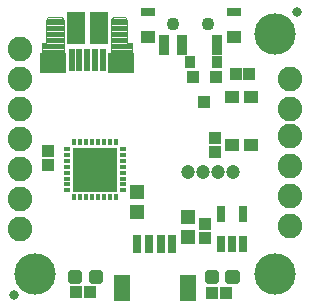
<source format=gts>
G75*
%MOIN*%
%OFA0B0*%
%FSLAX25Y25*%
%IPPOS*%
%LPD*%
%AMOC8*
5,1,8,0,0,1.08239X$1,22.5*
%
%ADD10R,0.05524X0.08674*%
%ADD11R,0.03162X0.06115*%
%ADD12R,0.02375X0.07690*%
%ADD13R,0.08674X0.06548*%
%ADD14R,0.06410X0.10643*%
%ADD15C,0.00400*%
%ADD16C,0.08200*%
%ADD17C,0.13800*%
%ADD18C,0.01990*%
%ADD19R,0.02965X0.05524*%
%ADD20R,0.04146X0.04343*%
%ADD21R,0.03556X0.06706*%
%ADD22R,0.04737X0.03162*%
%ADD23R,0.04737X0.03950*%
%ADD24C,0.04343*%
%ADD25R,0.04343X0.04146*%
%ADD26R,0.04737X0.05131*%
%ADD27C,0.03300*%
%ADD28R,0.04737X0.04343*%
%ADD29C,0.04737*%
%ADD30R,0.03280X0.04068*%
%ADD31R,0.03950X0.04343*%
%ADD32R,0.01784X0.02375*%
%ADD33R,0.02375X0.01784*%
%ADD34R,0.14973X0.14973*%
D10*
X0162310Y0057865D03*
X0184357Y0057865D03*
D11*
X0179239Y0072333D03*
X0175302Y0072333D03*
X0171365Y0072333D03*
X0167428Y0072333D03*
D12*
X0155951Y0133833D03*
X0153392Y0133833D03*
X0150833Y0133833D03*
X0148274Y0133833D03*
X0145715Y0133833D03*
D13*
X0139416Y0132751D03*
X0162251Y0132751D03*
D14*
X0154623Y0144365D03*
X0147044Y0144365D03*
D15*
X0142959Y0144389D02*
X0137054Y0144389D01*
X0137054Y0143991D02*
X0142959Y0143991D01*
X0142959Y0143592D02*
X0137054Y0143592D01*
X0137054Y0143194D02*
X0142959Y0143194D01*
X0142959Y0142795D02*
X0137054Y0142795D01*
X0137054Y0142397D02*
X0142959Y0142397D01*
X0142959Y0141998D02*
X0137054Y0141998D01*
X0137054Y0141600D02*
X0142959Y0141600D01*
X0142959Y0141201D02*
X0137054Y0141201D01*
X0137054Y0140803D02*
X0142959Y0140803D01*
X0142959Y0140404D02*
X0137054Y0140404D01*
X0137054Y0140006D02*
X0142959Y0140006D01*
X0142959Y0139607D02*
X0137054Y0139607D01*
X0137054Y0139444D02*
X0137054Y0146924D01*
X0137132Y0147226D01*
X0137276Y0147502D01*
X0137477Y0147740D01*
X0137727Y0147927D01*
X0138011Y0148054D01*
X0138317Y0148114D01*
X0138629Y0148105D01*
X0141778Y0148105D01*
X0142041Y0148075D01*
X0142291Y0147988D01*
X0142515Y0147847D01*
X0142702Y0147660D01*
X0142842Y0147436D01*
X0142930Y0147187D01*
X0142959Y0146924D01*
X0142959Y0136294D01*
X0135873Y0136294D01*
X0135873Y0139444D01*
X0137054Y0139444D01*
X0135873Y0139209D02*
X0142959Y0139209D01*
X0142959Y0138810D02*
X0135873Y0138810D01*
X0135873Y0138412D02*
X0142959Y0138412D01*
X0142959Y0138013D02*
X0135873Y0138013D01*
X0135873Y0137615D02*
X0142959Y0137615D01*
X0142959Y0137216D02*
X0135873Y0137216D01*
X0135873Y0136818D02*
X0142959Y0136818D01*
X0142959Y0136419D02*
X0135873Y0136419D01*
X0137054Y0144788D02*
X0142959Y0144788D01*
X0142959Y0145186D02*
X0137054Y0145186D01*
X0137054Y0145585D02*
X0142959Y0145585D01*
X0142959Y0145983D02*
X0137054Y0145983D01*
X0137054Y0146382D02*
X0142959Y0146382D01*
X0142959Y0146781D02*
X0137054Y0146781D01*
X0137120Y0147179D02*
X0142931Y0147179D01*
X0142754Y0147578D02*
X0137339Y0147578D01*
X0137836Y0147976D02*
X0142310Y0147976D01*
X0158698Y0146842D02*
X0158707Y0146530D01*
X0158707Y0136294D01*
X0165794Y0136294D01*
X0165794Y0139444D01*
X0164219Y0139444D01*
X0164219Y0146530D01*
X0164180Y0146881D01*
X0164063Y0147213D01*
X0163876Y0147512D01*
X0163626Y0147761D01*
X0163328Y0147949D01*
X0162995Y0148066D01*
X0162644Y0148105D01*
X0159888Y0148105D01*
X0159587Y0148027D01*
X0159310Y0147883D01*
X0159072Y0147682D01*
X0158885Y0147432D01*
X0158758Y0147148D01*
X0158698Y0146842D01*
X0158700Y0146781D02*
X0164191Y0146781D01*
X0164219Y0146382D02*
X0158707Y0146382D01*
X0158707Y0145983D02*
X0164219Y0145983D01*
X0164219Y0145585D02*
X0158707Y0145585D01*
X0158707Y0145186D02*
X0164219Y0145186D01*
X0164219Y0144788D02*
X0158707Y0144788D01*
X0158707Y0144389D02*
X0164219Y0144389D01*
X0164219Y0143991D02*
X0158707Y0143991D01*
X0158707Y0143592D02*
X0164219Y0143592D01*
X0164219Y0143194D02*
X0158707Y0143194D01*
X0158707Y0142795D02*
X0164219Y0142795D01*
X0164219Y0142397D02*
X0158707Y0142397D01*
X0158707Y0141998D02*
X0164219Y0141998D01*
X0164219Y0141600D02*
X0158707Y0141600D01*
X0158707Y0141201D02*
X0164219Y0141201D01*
X0164219Y0140803D02*
X0158707Y0140803D01*
X0158707Y0140404D02*
X0164219Y0140404D01*
X0164219Y0140006D02*
X0158707Y0140006D01*
X0158707Y0139607D02*
X0164219Y0139607D01*
X0165794Y0139209D02*
X0158707Y0139209D01*
X0158707Y0138810D02*
X0165794Y0138810D01*
X0165794Y0138412D02*
X0158707Y0138412D01*
X0158707Y0138013D02*
X0165794Y0138013D01*
X0165794Y0137615D02*
X0158707Y0137615D01*
X0158707Y0137216D02*
X0165794Y0137216D01*
X0165794Y0136818D02*
X0158707Y0136818D01*
X0158707Y0136419D02*
X0165794Y0136419D01*
X0164075Y0147179D02*
X0158772Y0147179D01*
X0158994Y0147578D02*
X0163810Y0147578D01*
X0163250Y0147976D02*
X0159489Y0147976D01*
D16*
X0128333Y0137333D03*
X0128333Y0127333D03*
X0128333Y0117333D03*
X0128333Y0107333D03*
X0128333Y0097333D03*
X0128333Y0087333D03*
X0128333Y0077333D03*
X0218333Y0078333D03*
X0218333Y0088333D03*
X0218333Y0098333D03*
X0218333Y0108333D03*
X0218333Y0117333D03*
X0218333Y0127333D03*
D17*
X0213333Y0142333D03*
X0213333Y0062333D03*
X0133333Y0062333D03*
D18*
X0145508Y0062806D02*
X0145508Y0060060D01*
X0145508Y0062806D02*
X0148254Y0062806D01*
X0148254Y0060060D01*
X0145508Y0060060D01*
X0145508Y0061950D02*
X0148254Y0061950D01*
X0152413Y0062806D02*
X0152413Y0060060D01*
X0152413Y0062806D02*
X0155159Y0062806D01*
X0155159Y0060060D01*
X0152413Y0060060D01*
X0152413Y0061950D02*
X0155159Y0061950D01*
X0191008Y0062806D02*
X0191008Y0060060D01*
X0191008Y0062806D02*
X0193754Y0062806D01*
X0193754Y0060060D01*
X0191008Y0060060D01*
X0191008Y0061950D02*
X0193754Y0061950D01*
X0197913Y0062806D02*
X0197913Y0060060D01*
X0197913Y0062806D02*
X0200659Y0062806D01*
X0200659Y0060060D01*
X0197913Y0060060D01*
X0197913Y0061950D02*
X0200659Y0061950D01*
D19*
X0199033Y0072315D03*
X0195293Y0072315D03*
X0202773Y0072315D03*
X0202773Y0082552D03*
X0195293Y0082552D03*
D20*
X0197117Y0056133D03*
X0192550Y0056133D03*
X0151617Y0056433D03*
X0147050Y0056433D03*
X0200300Y0129083D03*
X0204867Y0129083D03*
D21*
X0194192Y0138844D03*
X0182381Y0138844D03*
X0176475Y0138844D03*
D22*
X0170963Y0149670D03*
X0199703Y0149670D03*
D23*
X0199703Y0141403D03*
X0170963Y0141403D03*
D24*
X0179428Y0145733D03*
X0191239Y0145733D03*
D25*
X0193333Y0107617D03*
X0193333Y0103050D03*
X0190233Y0078917D03*
X0190233Y0074350D03*
X0137613Y0098820D03*
X0137613Y0103387D03*
D26*
X0167433Y0089880D03*
X0167433Y0083187D03*
X0184333Y0081580D03*
X0184333Y0074887D03*
D27*
X0126333Y0055333D03*
X0220633Y0149633D03*
D28*
X0205483Y0121404D03*
X0199184Y0121404D03*
X0199184Y0105262D03*
X0205483Y0105262D03*
D29*
X0199333Y0096333D03*
X0194333Y0096333D03*
X0189333Y0096333D03*
X0184333Y0096333D03*
D30*
X0185206Y0133133D03*
X0194261Y0133133D03*
D31*
X0193673Y0127970D03*
X0186193Y0127970D03*
X0189933Y0119703D03*
D32*
X0160381Y0106428D03*
X0158412Y0106428D03*
X0156444Y0106428D03*
X0154475Y0106428D03*
X0152507Y0106428D03*
X0150538Y0106428D03*
X0148570Y0106428D03*
X0146601Y0106428D03*
X0146601Y0087924D03*
X0148570Y0087924D03*
X0150538Y0087924D03*
X0152507Y0087924D03*
X0154475Y0087924D03*
X0156444Y0087924D03*
X0158412Y0087924D03*
X0160381Y0087924D03*
D33*
X0162743Y0090286D03*
X0162743Y0092255D03*
X0162743Y0094223D03*
X0162743Y0096192D03*
X0162743Y0098160D03*
X0162743Y0100129D03*
X0162743Y0102097D03*
X0162743Y0104066D03*
X0144239Y0104066D03*
X0144239Y0102097D03*
X0144239Y0100129D03*
X0144239Y0098160D03*
X0144239Y0096192D03*
X0144239Y0094223D03*
X0144239Y0092255D03*
X0144239Y0090286D03*
D34*
X0153491Y0097176D03*
M02*

</source>
